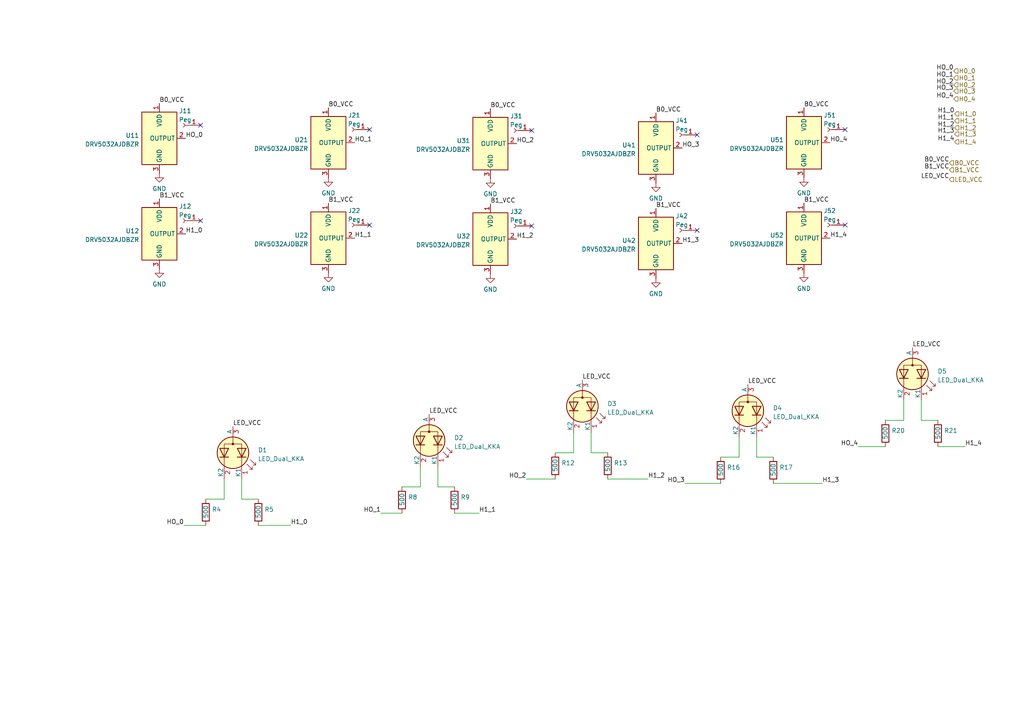
<source format=kicad_sch>
(kicad_sch (version 20211123) (generator eeschema)

  (uuid 7b405bd3-f173-4dc6-8600-369b87ab2dd3)

  (paper "A4")

  (lib_symbols
    (symbol "Connector:Conn_01x01_Female" (pin_names (offset 1.016) hide) (in_bom yes) (on_board yes)
      (property "Reference" "J" (id 0) (at 0 2.54 0)
        (effects (font (size 1.27 1.27)))
      )
      (property "Value" "Conn_01x01_Female" (id 1) (at 0 -2.54 0)
        (effects (font (size 1.27 1.27)))
      )
      (property "Footprint" "" (id 2) (at 0 0 0)
        (effects (font (size 1.27 1.27)) hide)
      )
      (property "Datasheet" "~" (id 3) (at 0 0 0)
        (effects (font (size 1.27 1.27)) hide)
      )
      (property "ki_keywords" "connector" (id 4) (at 0 0 0)
        (effects (font (size 1.27 1.27)) hide)
      )
      (property "ki_description" "Generic connector, single row, 01x01, script generated (kicad-library-utils/schlib/autogen/connector/)" (id 5) (at 0 0 0)
        (effects (font (size 1.27 1.27)) hide)
      )
      (property "ki_fp_filters" "Connector*:*" (id 6) (at 0 0 0)
        (effects (font (size 1.27 1.27)) hide)
      )
      (symbol "Conn_01x01_Female_1_1"
        (polyline
          (pts
            (xy -1.27 0)
            (xy -0.508 0)
          )
          (stroke (width 0.1524) (type default) (color 0 0 0 0))
          (fill (type none))
        )
        (arc (start 0 0.508) (mid -0.508 0) (end 0 -0.508)
          (stroke (width 0.1524) (type default) (color 0 0 0 0))
          (fill (type none))
        )
        (pin passive line (at -5.08 0 0) (length 3.81)
          (name "Pin_1" (effects (font (size 1.27 1.27))))
          (number "1" (effects (font (size 1.27 1.27))))
        )
      )
    )
    (symbol "Device:LED_Dual_KKA" (pin_names (offset 0)) (in_bom yes) (on_board yes)
      (property "Reference" "D" (id 0) (at 0 5.715 0)
        (effects (font (size 1.27 1.27)))
      )
      (property "Value" "LED_Dual_KKA" (id 1) (at 0 -6.35 0)
        (effects (font (size 1.27 1.27)))
      )
      (property "Footprint" "" (id 2) (at 1.27 0 0)
        (effects (font (size 1.27 1.27)) hide)
      )
      (property "Datasheet" "~" (id 3) (at 1.27 0 0)
        (effects (font (size 1.27 1.27)) hide)
      )
      (property "ki_keywords" "LED diode bicolor dual" (id 4) (at 0 0 0)
        (effects (font (size 1.27 1.27)) hide)
      )
      (property "ki_description" "Dual LED, common anode on pin 3" (id 5) (at 0 0 0)
        (effects (font (size 1.27 1.27)) hide)
      )
      (property "ki_fp_filters" "LED* LED_SMD:* LED_THT:*" (id 6) (at 0 0 0)
        (effects (font (size 1.27 1.27)) hide)
      )
      (symbol "LED_Dual_KKA_0_1"
        (circle (center -2.54 0) (radius 0.2794)
          (stroke (width 0) (type default) (color 0 0 0 0))
          (fill (type outline))
        )
        (polyline
          (pts
            (xy -4.572 0)
            (xy -2.54 0)
          )
          (stroke (width 0) (type default) (color 0 0 0 0))
          (fill (type none))
        )
        (polyline
          (pts
            (xy 1.27 -1.27)
            (xy 1.27 -3.81)
          )
          (stroke (width 0.254) (type default) (color 0 0 0 0))
          (fill (type none))
        )
        (polyline
          (pts
            (xy 1.27 3.81)
            (xy 1.27 1.27)
          )
          (stroke (width 0.254) (type default) (color 0 0 0 0))
          (fill (type none))
        )
        (polyline
          (pts
            (xy 3.81 -2.54)
            (xy 1.905 -2.54)
          )
          (stroke (width 0) (type default) (color 0 0 0 0))
          (fill (type none))
        )
        (polyline
          (pts
            (xy 3.81 2.54)
            (xy 1.905 2.54)
          )
          (stroke (width 0) (type default) (color 0 0 0 0))
          (fill (type none))
        )
        (polyline
          (pts
            (xy -1.27 -1.27)
            (xy -1.27 -3.81)
            (xy 1.27 -2.54)
            (xy -1.27 -1.27)
          )
          (stroke (width 0.254) (type default) (color 0 0 0 0))
          (fill (type none))
        )
        (polyline
          (pts
            (xy -1.27 3.81)
            (xy -1.27 1.27)
            (xy 1.27 2.54)
            (xy -1.27 3.81)
          )
          (stroke (width 0.254) (type default) (color 0 0 0 0))
          (fill (type none))
        )
        (polyline
          (pts
            (xy 2.032 2.54)
            (xy -2.54 2.54)
            (xy -2.54 -2.54)
            (xy 2.032 -2.54)
          )
          (stroke (width 0) (type default) (color 0 0 0 0))
          (fill (type none))
        )
        (polyline
          (pts
            (xy 2.032 5.08)
            (xy 3.556 6.604)
            (xy 2.794 6.604)
            (xy 3.556 6.604)
            (xy 3.556 5.842)
          )
          (stroke (width 0) (type default) (color 0 0 0 0))
          (fill (type none))
        )
        (polyline
          (pts
            (xy 3.302 4.064)
            (xy 4.826 5.588)
            (xy 4.064 5.588)
            (xy 4.826 5.588)
            (xy 4.826 4.826)
          )
          (stroke (width 0) (type default) (color 0 0 0 0))
          (fill (type none))
        )
        (circle (center 0 0) (radius 4.572)
          (stroke (width 0.254) (type default) (color 0 0 0 0))
          (fill (type background))
        )
      )
      (symbol "LED_Dual_KKA_1_1"
        (pin input line (at 7.62 2.54 180) (length 3.81)
          (name "K1" (effects (font (size 1.27 1.27))))
          (number "1" (effects (font (size 1.27 1.27))))
        )
        (pin input line (at 7.62 -2.54 180) (length 3.81)
          (name "K2" (effects (font (size 1.27 1.27))))
          (number "2" (effects (font (size 1.27 1.27))))
        )
        (pin input line (at -7.62 0 0) (length 3.048)
          (name "A" (effects (font (size 1.27 1.27))))
          (number "3" (effects (font (size 1.27 1.27))))
        )
      )
    )
    (symbol "Device:R" (pin_numbers hide) (pin_names (offset 0)) (in_bom yes) (on_board yes)
      (property "Reference" "R" (id 0) (at 2.032 0 90)
        (effects (font (size 1.27 1.27)))
      )
      (property "Value" "R" (id 1) (at 0 0 90)
        (effects (font (size 1.27 1.27)))
      )
      (property "Footprint" "" (id 2) (at -1.778 0 90)
        (effects (font (size 1.27 1.27)) hide)
      )
      (property "Datasheet" "~" (id 3) (at 0 0 0)
        (effects (font (size 1.27 1.27)) hide)
      )
      (property "ki_keywords" "R res resistor" (id 4) (at 0 0 0)
        (effects (font (size 1.27 1.27)) hide)
      )
      (property "ki_description" "Resistor" (id 5) (at 0 0 0)
        (effects (font (size 1.27 1.27)) hide)
      )
      (property "ki_fp_filters" "R_*" (id 6) (at 0 0 0)
        (effects (font (size 1.27 1.27)) hide)
      )
      (symbol "R_0_1"
        (rectangle (start -1.016 -2.54) (end 1.016 2.54)
          (stroke (width 0.254) (type default) (color 0 0 0 0))
          (fill (type none))
        )
      )
      (symbol "R_1_1"
        (pin passive line (at 0 3.81 270) (length 1.27)
          (name "~" (effects (font (size 1.27 1.27))))
          (number "1" (effects (font (size 1.27 1.27))))
        )
        (pin passive line (at 0 -3.81 90) (length 1.27)
          (name "~" (effects (font (size 1.27 1.27))))
          (number "2" (effects (font (size 1.27 1.27))))
        )
      )
    )
    (symbol "Sensor_Magnetic:AH1806-W" (in_bom yes) (on_board yes)
      (property "Reference" "U" (id 0) (at -5.08 8.89 0)
        (effects (font (size 1.27 1.27)))
      )
      (property "Value" "AH1806-W" (id 1) (at 7.62 8.89 0)
        (effects (font (size 1.27 1.27)))
      )
      (property "Footprint" "Package_TO_SOT_SMD:SC-59" (id 2) (at 13.97 -8.89 0)
        (effects (font (size 1.27 1.27)) hide)
      )
      (property "Datasheet" "https://www.diodes.com/assets/Datasheets/AH1806.pdf" (id 3) (at 0 0 0)
        (effects (font (size 1.27 1.27)) hide)
      )
      (property "ki_keywords" "hall switch" (id 4) (at 0 0 0)
        (effects (font (size 1.27 1.27)) hide)
      )
      (property "ki_description" "High Sensitivity Micropower Omnipolar Hall-Effect Switch, SC-59" (id 5) (at 0 0 0)
        (effects (font (size 1.27 1.27)) hide)
      )
      (property "ki_fp_filters" "SC?59*" (id 6) (at 0 0 0)
        (effects (font (size 1.27 1.27)) hide)
      )
      (symbol "AH1806-W_0_1"
        (rectangle (start 5.08 7.62) (end -5.08 -7.62)
          (stroke (width 0.254) (type default) (color 0 0 0 0))
          (fill (type background))
        )
      )
      (symbol "AH1806-W_1_1"
        (pin power_in line (at 0 10.16 270) (length 2.54)
          (name "VDD" (effects (font (size 1.27 1.27))))
          (number "1" (effects (font (size 1.27 1.27))))
        )
        (pin open_collector line (at 7.62 0 180) (length 2.54)
          (name "OUTPUT" (effects (font (size 1.27 1.27))))
          (number "2" (effects (font (size 1.27 1.27))))
        )
        (pin power_in line (at 0 -10.16 90) (length 2.54)
          (name "GND" (effects (font (size 1.27 1.27))))
          (number "3" (effects (font (size 1.27 1.27))))
        )
      )
    )
    (symbol "power:GND" (power) (pin_names (offset 0)) (in_bom yes) (on_board yes)
      (property "Reference" "#PWR" (id 0) (at 0 -6.35 0)
        (effects (font (size 1.27 1.27)) hide)
      )
      (property "Value" "GND" (id 1) (at 0 -3.81 0)
        (effects (font (size 1.27 1.27)))
      )
      (property "Footprint" "" (id 2) (at 0 0 0)
        (effects (font (size 1.27 1.27)) hide)
      )
      (property "Datasheet" "" (id 3) (at 0 0 0)
        (effects (font (size 1.27 1.27)) hide)
      )
      (property "ki_keywords" "power-flag" (id 4) (at 0 0 0)
        (effects (font (size 1.27 1.27)) hide)
      )
      (property "ki_description" "Power symbol creates a global label with name \"GND\" , ground" (id 5) (at 0 0 0)
        (effects (font (size 1.27 1.27)) hide)
      )
      (symbol "GND_0_1"
        (polyline
          (pts
            (xy 0 0)
            (xy 0 -1.27)
            (xy 1.27 -1.27)
            (xy 0 -2.54)
            (xy -1.27 -1.27)
            (xy 0 -1.27)
          )
          (stroke (width 0) (type default) (color 0 0 0 0))
          (fill (type none))
        )
      )
      (symbol "GND_1_1"
        (pin power_in line (at 0 0 270) (length 0) hide
          (name "GND" (effects (font (size 1.27 1.27))))
          (number "1" (effects (font (size 1.27 1.27))))
        )
      )
    )
  )


  (no_connect (at 107.188 65.278) (uuid 1a7dac09-933f-447b-a2bf-7ae9101106bf))
  (no_connect (at 202.184 39.116) (uuid 1f266562-f2fa-46f8-a7dc-712bf84c0b9c))
  (no_connect (at 245.11 65.278) (uuid 20d7a444-6b85-40a9-b7b0-7cf0a6bb5b2a))
  (no_connect (at 154.178 37.846) (uuid 48499292-bbda-47fb-bdca-035a393aa7b4))
  (no_connect (at 154.178 65.532) (uuid 7b66c518-b7f9-43c6-879f-a365accfb1bc))
  (no_connect (at 202.184 66.802) (uuid 8de2658d-718a-4a50-a2ce-c190d12d44db))
  (no_connect (at 58.166 36.322) (uuid c655fce7-d008-4b24-8b44-be956b66a284))
  (no_connect (at 245.11 37.592) (uuid db8f7b9d-89be-4ba0-b79b-861885d35e4f))
  (no_connect (at 107.188 37.592) (uuid f13c6634-6006-41e3-999a-5032a00b88d0))
  (no_connect (at 58.166 64.008) (uuid f353f5f9-a2f1-4001-b7db-d43e45e80d01))

  (wire (pts (xy 59.69 144.78) (xy 65.024 144.78))
    (stroke (width 0) (type default) (color 0 0 0 0))
    (uuid 017ed4d2-b091-499b-ac49-88dcb4b03df1)
  )
  (wire (pts (xy 70.104 138.938) (xy 70.104 144.78))
    (stroke (width 0) (type default) (color 0 0 0 0))
    (uuid 0cb4508c-1959-4b9d-8dd4-27c14a800457)
  )
  (wire (pts (xy 121.92 141.224) (xy 121.92 135.382))
    (stroke (width 0) (type default) (color 0 0 0 0))
    (uuid 11b6ba92-e826-45a0-b37e-d8b3515d278d)
  )
  (wire (pts (xy 74.93 152.4) (xy 84.328 152.4))
    (stroke (width 0) (type default) (color 0 0 0 0))
    (uuid 11f47578-5a99-4b18-b6f5-d1f3edda582c)
  )
  (wire (pts (xy 256.794 121.92) (xy 262.128 121.92))
    (stroke (width 0) (type default) (color 0 0 0 0))
    (uuid 16653c30-3003-4e2b-9543-642dea7c0c01)
  )
  (wire (pts (xy 166.37 131.318) (xy 166.37 125.476))
    (stroke (width 0) (type default) (color 0 0 0 0))
    (uuid 16a11f4f-6b14-45af-ad88-97bc7824d35e)
  )
  (wire (pts (xy 161.036 131.318) (xy 166.37 131.318))
    (stroke (width 0) (type default) (color 0 0 0 0))
    (uuid 18732acf-015e-4085-a936-51573106096f)
  )
  (wire (pts (xy 214.376 132.588) (xy 214.376 126.746))
    (stroke (width 0) (type default) (color 0 0 0 0))
    (uuid 200c1a54-e8eb-4421-a2e6-a51ce9e90ad0)
  )
  (wire (pts (xy 209.042 132.588) (xy 214.376 132.588))
    (stroke (width 0) (type default) (color 0 0 0 0))
    (uuid 270b7794-bf2f-4360-a303-c5d5c26aef2c)
  )
  (wire (pts (xy 198.628 140.208) (xy 209.042 140.208))
    (stroke (width 0) (type default) (color 0 0 0 0))
    (uuid 2d5f63eb-669f-4f62-a8f9-b149bf1e6ac3)
  )
  (wire (pts (xy 267.208 121.92) (xy 272.034 121.92))
    (stroke (width 0) (type default) (color 0 0 0 0))
    (uuid 2e264f1b-34e1-406d-848e-03d52744a673)
  )
  (wire (pts (xy 171.45 125.476) (xy 171.45 131.318))
    (stroke (width 0) (type default) (color 0 0 0 0))
    (uuid 379c2ec5-9a38-4dc3-a853-adabeeb8a679)
  )
  (wire (pts (xy 53.34 152.4) (xy 59.69 152.4))
    (stroke (width 0) (type default) (color 0 0 0 0))
    (uuid 3cc52e0c-43be-4e14-a25e-378aa92e9dee)
  )
  (wire (pts (xy 152.654 138.938) (xy 161.036 138.938))
    (stroke (width 0) (type default) (color 0 0 0 0))
    (uuid 3d34fafc-5bad-4e50-afb3-a176c78d789c)
  )
  (wire (pts (xy 110.49 148.844) (xy 116.586 148.844))
    (stroke (width 0) (type default) (color 0 0 0 0))
    (uuid 49927b22-8678-4c2a-b0f5-e384b1c61529)
  )
  (wire (pts (xy 127 141.224) (xy 131.826 141.224))
    (stroke (width 0) (type default) (color 0 0 0 0))
    (uuid 4eef50bb-72c6-499b-a24b-19f7af0decb3)
  )
  (wire (pts (xy 70.104 144.78) (xy 74.93 144.78))
    (stroke (width 0) (type default) (color 0 0 0 0))
    (uuid 6afca353-fecf-4f65-af03-52e5c97e1e22)
  )
  (wire (pts (xy 272.034 129.54) (xy 279.908 129.54))
    (stroke (width 0) (type default) (color 0 0 0 0))
    (uuid 6b200f2c-2188-46c0-b48c-69f4fe18e55b)
  )
  (wire (pts (xy 171.45 131.318) (xy 176.276 131.318))
    (stroke (width 0) (type default) (color 0 0 0 0))
    (uuid 6bb23d12-1f23-42a1-9434-c5d822c1da76)
  )
  (wire (pts (xy 262.128 121.92) (xy 262.128 116.078))
    (stroke (width 0) (type default) (color 0 0 0 0))
    (uuid 77747748-1d67-4339-b94f-e959cb36957f)
  )
  (wire (pts (xy 127 135.382) (xy 127 141.224))
    (stroke (width 0) (type default) (color 0 0 0 0))
    (uuid 7b32ce9e-a85c-49e2-bc69-71d1ebc61c0a)
  )
  (wire (pts (xy 176.276 138.938) (xy 187.96 138.938))
    (stroke (width 0) (type default) (color 0 0 0 0))
    (uuid 89447e12-6be3-4c16-9353-fe06381259dc)
  )
  (wire (pts (xy 219.456 126.746) (xy 219.456 132.588))
    (stroke (width 0) (type default) (color 0 0 0 0))
    (uuid a50fba37-7b74-416b-b37f-166f1a545ae8)
  )
  (wire (pts (xy 267.208 116.078) (xy 267.208 121.92))
    (stroke (width 0) (type default) (color 0 0 0 0))
    (uuid c686afbd-00c7-4991-9542-4da06473ab2a)
  )
  (wire (pts (xy 248.92 129.54) (xy 256.794 129.54))
    (stroke (width 0) (type default) (color 0 0 0 0))
    (uuid c73ea371-edc7-4fdb-a476-e10c7ed4d94f)
  )
  (wire (pts (xy 224.282 140.208) (xy 238.506 140.208))
    (stroke (width 0) (type default) (color 0 0 0 0))
    (uuid d1881d40-44a3-4ffc-ac9b-9a6d11889c3e)
  )
  (wire (pts (xy 116.586 141.224) (xy 121.92 141.224))
    (stroke (width 0) (type default) (color 0 0 0 0))
    (uuid d6930225-7389-4149-9873-bf41e673bd11)
  )
  (wire (pts (xy 131.826 148.844) (xy 138.938 148.844))
    (stroke (width 0) (type default) (color 0 0 0 0))
    (uuid de12a569-4667-4824-872f-e39d281caf19)
  )
  (wire (pts (xy 65.024 144.78) (xy 65.024 138.938))
    (stroke (width 0) (type default) (color 0 0 0 0))
    (uuid ea9a0309-aa65-4e0c-ba68-79086964eb73)
  )
  (wire (pts (xy 219.456 132.588) (xy 224.282 132.588))
    (stroke (width 0) (type default) (color 0 0 0 0))
    (uuid ec97ea14-20eb-4802-b62a-865ca655cdc0)
  )

  (label "LED_VCC" (at 275.336 52.07 180)
    (effects (font (size 1.27 1.27)) (justify right bottom))
    (uuid 00afc0cc-2e43-473f-8f19-fa25c69c9cd6)
  )
  (label "B0_VCC" (at 46.228 29.972 0)
    (effects (font (size 1.27 1.27)) (justify left bottom))
    (uuid 0c3e70ab-c486-4b69-9cb4-5b8b2223ae2c)
  )
  (label "HO_2" (at 152.654 138.938 180)
    (effects (font (size 1.27 1.27)) (justify right bottom))
    (uuid 121aa848-7037-48d7-875c-d73d47752f3f)
  )
  (label "H1_4" (at 276.86 41.148 180)
    (effects (font (size 1.27 1.27)) (justify right bottom))
    (uuid 1c8f9562-916c-43eb-8686-fccf2341ba54)
  )
  (label "HO_3" (at 276.606 26.416 180)
    (effects (font (size 1.27 1.27)) (justify right bottom))
    (uuid 1ca882ce-5d4b-4526-bb22-b641438a8098)
  )
  (label "B0_VCC" (at 95.25 31.242 0)
    (effects (font (size 1.27 1.27)) (justify left bottom))
    (uuid 21cc87f1-f2f7-4480-bf34-533d2943502f)
  )
  (label "HO_3" (at 198.628 140.208 180)
    (effects (font (size 1.27 1.27)) (justify right bottom))
    (uuid 2460616d-7bf9-49ed-aa19-a995c4b70367)
  )
  (label "H1_3" (at 276.86 38.862 180)
    (effects (font (size 1.27 1.27)) (justify right bottom))
    (uuid 2618b3c3-a609-4a0d-b659-5bc74cb8c224)
  )
  (label "B1_VCC" (at 46.228 57.658 0)
    (effects (font (size 1.27 1.27)) (justify left bottom))
    (uuid 3111389c-2eed-4f33-b221-cb6cde14fcd2)
  )
  (label "HO_0" (at 53.848 40.132 0)
    (effects (font (size 1.27 1.27)) (justify left bottom))
    (uuid 34ed72cf-74f2-4b98-aacb-966e2d8fd6b0)
  )
  (label "H1_4" (at 279.908 129.54 0)
    (effects (font (size 1.27 1.27)) (justify left bottom))
    (uuid 38c975aa-ec04-4647-a22f-fecb46072b45)
  )
  (label "LED_VCC" (at 67.564 123.698 0)
    (effects (font (size 1.27 1.27)) (justify left bottom))
    (uuid 3974143d-2813-45fd-a56c-ed7a55e928a4)
  )
  (label "B1_VCC" (at 233.172 58.928 0)
    (effects (font (size 1.27 1.27)) (justify left bottom))
    (uuid 53d52e31-7972-47cc-b3d8-55adf01c0511)
  )
  (label "LED_VCC" (at 124.46 120.142 0)
    (effects (font (size 1.27 1.27)) (justify left bottom))
    (uuid 5407107f-9b8a-49d2-b467-585f28b1e8f6)
  )
  (label "H1_2" (at 276.86 37.084 180)
    (effects (font (size 1.27 1.27)) (justify right bottom))
    (uuid 649165f5-9c3e-4569-9723-6e902c952d7d)
  )
  (label "H1_3" (at 238.506 140.208 0)
    (effects (font (size 1.27 1.27)) (justify left bottom))
    (uuid 64a0b1c1-5aef-40ec-9997-c44696e252dc)
  )
  (label "HO_0" (at 276.606 20.574 180)
    (effects (font (size 1.27 1.27)) (justify right bottom))
    (uuid 65fb1d29-56e9-43ea-91b3-b6f20547fcd2)
  )
  (label "HO_2" (at 276.606 24.638 180)
    (effects (font (size 1.27 1.27)) (justify right bottom))
    (uuid 6fd52a4a-2292-43be-9d4f-4e0e4d92a4fa)
  )
  (label "H1_1" (at 138.938 148.844 0)
    (effects (font (size 1.27 1.27)) (justify left bottom))
    (uuid 7109454c-efb3-4911-9e11-0d39bf27b199)
  )
  (label "B1_VCC" (at 275.336 49.276 180)
    (effects (font (size 1.27 1.27)) (justify right bottom))
    (uuid 7ce8ac0a-41ad-4da2-b279-a7a81bb2e4c8)
  )
  (label "B1_VCC" (at 190.246 60.452 0)
    (effects (font (size 1.27 1.27)) (justify left bottom))
    (uuid 8133de6a-bf1a-4833-8294-369cd6cf1de9)
  )
  (label "B0_VCC" (at 233.172 31.242 0)
    (effects (font (size 1.27 1.27)) (justify left bottom))
    (uuid 82e193e4-bb1b-415c-af74-ea400ccd0e01)
  )
  (label "HO_4" (at 276.606 28.702 180)
    (effects (font (size 1.27 1.27)) (justify right bottom))
    (uuid 835fda3e-2d89-4c6a-94f5-ffc2a4730ae3)
  )
  (label "LED_VCC" (at 216.916 111.506 0)
    (effects (font (size 1.27 1.27)) (justify left bottom))
    (uuid 867a237e-a2ac-4ea9-86a1-264e6fed64a2)
  )
  (label "HO_1" (at 102.87 41.402 0)
    (effects (font (size 1.27 1.27)) (justify left bottom))
    (uuid 880361c3-a5a0-4ddd-84ff-f7bd8efd684a)
  )
  (label "H1_4" (at 240.792 69.088 0)
    (effects (font (size 1.27 1.27)) (justify left bottom))
    (uuid 937305a7-1e8b-4e79-8c89-57ec209ae140)
  )
  (label "H1_1" (at 102.87 69.088 0)
    (effects (font (size 1.27 1.27)) (justify left bottom))
    (uuid 9765302f-a887-42b3-8d66-c9a542963fd0)
  )
  (label "HO_4" (at 248.92 129.54 180)
    (effects (font (size 1.27 1.27)) (justify right bottom))
    (uuid a10c78e5-4ede-4a4f-a92c-51f109c432b4)
  )
  (label "B1_VCC" (at 142.24 59.182 0)
    (effects (font (size 1.27 1.27)) (justify left bottom))
    (uuid a115a180-62b6-4d52-b44f-6cad4f343861)
  )
  (label "B0_VCC" (at 190.246 32.766 0)
    (effects (font (size 1.27 1.27)) (justify left bottom))
    (uuid a7ae8fcc-6f89-4a52-a92c-719494b98112)
  )
  (label "HO_1" (at 110.49 148.844 180)
    (effects (font (size 1.27 1.27)) (justify right bottom))
    (uuid a80bf8e8-d1b7-4482-b565-9293b98bfddf)
  )
  (label "HO_1" (at 276.606 22.606 180)
    (effects (font (size 1.27 1.27)) (justify right bottom))
    (uuid af3ff629-37ad-4980-b37f-73a99fd77a41)
  )
  (label "B1_VCC" (at 95.25 58.928 0)
    (effects (font (size 1.27 1.27)) (justify left bottom))
    (uuid b1a9844d-86be-48bc-a9f2-4559477ea7cb)
  )
  (label "LED_VCC" (at 264.668 100.838 0)
    (effects (font (size 1.27 1.27)) (justify left bottom))
    (uuid b36af8dd-3d37-48ea-8cc9-5376675c4c3f)
  )
  (label "H1_0" (at 53.848 67.818 0)
    (effects (font (size 1.27 1.27)) (justify left bottom))
    (uuid b406123f-1c31-4c99-9fba-3b16cfffa549)
  )
  (label "H1_0" (at 276.86 33.02 180)
    (effects (font (size 1.27 1.27)) (justify right bottom))
    (uuid b7aa0968-f8b1-4f5b-bced-281ff9db454e)
  )
  (label "HO_0" (at 53.34 152.4 180)
    (effects (font (size 1.27 1.27)) (justify right bottom))
    (uuid b97c90a8-08d6-4552-96f0-62f10a9602c3)
  )
  (label "HO_4" (at 240.792 41.402 0)
    (effects (font (size 1.27 1.27)) (justify left bottom))
    (uuid c0391586-9607-4d55-a948-d2941d0e76c6)
  )
  (label "H1_1" (at 276.86 35.052 180)
    (effects (font (size 1.27 1.27)) (justify right bottom))
    (uuid c4283a50-dbc3-4bf9-974e-3a463b449d91)
  )
  (label "HO_2" (at 149.86 41.656 0)
    (effects (font (size 1.27 1.27)) (justify left bottom))
    (uuid c984f843-0665-4e97-a160-7a5692ce25d6)
  )
  (label "B0_VCC" (at 275.336 47.244 180)
    (effects (font (size 1.27 1.27)) (justify right bottom))
    (uuid cda84bcb-b34a-40f2-9d6a-931e84f5d342)
  )
  (label "H1_0" (at 84.328 152.4 0)
    (effects (font (size 1.27 1.27)) (justify left bottom))
    (uuid d3f816e1-f6a3-4d47-a194-3d76762e39e3)
  )
  (label "H1_3" (at 197.866 70.612 0)
    (effects (font (size 1.27 1.27)) (justify left bottom))
    (uuid d5edfd38-dd4f-4ba7-851b-76263c23c91d)
  )
  (label "LED_VCC" (at 168.91 110.236 0)
    (effects (font (size 1.27 1.27)) (justify left bottom))
    (uuid de0d2a0e-400c-496f-a8b6-3ea38aa956a6)
  )
  (label "HO_3" (at 197.866 42.926 0)
    (effects (font (size 1.27 1.27)) (justify left bottom))
    (uuid e5a80192-1e4c-4039-b20d-dca25133954a)
  )
  (label "H1_2" (at 149.86 69.342 0)
    (effects (font (size 1.27 1.27)) (justify left bottom))
    (uuid ebcb6f8d-794f-499a-b346-d45da1691801)
  )
  (label "H1_2" (at 187.96 138.938 0)
    (effects (font (size 1.27 1.27)) (justify left bottom))
    (uuid f976a987-7962-430a-900c-5b7cfd6d3a21)
  )
  (label "B0_VCC" (at 142.24 31.496 0)
    (effects (font (size 1.27 1.27)) (justify left bottom))
    (uuid ff7f2105-5ed6-40d6-8b3a-7b56005a9598)
  )

  (hierarchical_label "H1_2" (shape input) (at 276.86 37.084 0)
    (effects (font (size 1.27 1.27)) (justify left))
    (uuid 08e130c5-81f8-4ea6-a858-7128bf87aad5)
  )
  (hierarchical_label "LED_VCC" (shape input) (at 275.336 52.07 0)
    (effects (font (size 1.27 1.27)) (justify left))
    (uuid 11388943-89fa-4224-b42e-5de3dfa03770)
  )
  (hierarchical_label "B0_VCC" (shape input) (at 275.336 47.244 0)
    (effects (font (size 1.27 1.27)) (justify left))
    (uuid 4dfdd048-1f7d-456a-8b05-92ae97dea0b5)
  )
  (hierarchical_label "H0_0" (shape input) (at 276.606 20.574 0)
    (effects (font (size 1.27 1.27)) (justify left))
    (uuid 5398e2e1-8a86-45a2-a967-d8e52bea23d2)
  )
  (hierarchical_label "H1_1" (shape input) (at 276.86 35.052 0)
    (effects (font (size 1.27 1.27)) (justify left))
    (uuid 6491cfa6-0557-44f6-8707-563b9ae42d64)
  )
  (hierarchical_label "H1_0" (shape input) (at 276.86 33.02 0)
    (effects (font (size 1.27 1.27)) (justify left))
    (uuid 75157159-8f8d-4dc9-a192-923869fab74c)
  )
  (hierarchical_label "H1_4" (shape input) (at 276.86 41.148 0)
    (effects (font (size 1.27 1.27)) (justify left))
    (uuid 890745b6-3bcd-4d16-9689-b80f1ebc9ceb)
  )
  (hierarchical_label "H1_3" (shape input) (at 276.86 38.862 0)
    (effects (font (size 1.27 1.27)) (justify left))
    (uuid 986b91cf-01e4-4e47-9da6-94bbda665d38)
  )
  (hierarchical_label "H0_2" (shape input) (at 276.606 24.638 0)
    (effects (font (size 1.27 1.27)) (justify left))
    (uuid b02ecb80-d99f-4444-b196-8da8031a9d50)
  )
  (hierarchical_label "H0_1" (shape input) (at 276.606 22.606 0)
    (effects (font (size 1.27 1.27)) (justify left))
    (uuid bee511fa-b357-44b8-bc83-5f7fa34196af)
  )
  (hierarchical_label "H0_3" (shape input) (at 276.606 26.416 0)
    (effects (font (size 1.27 1.27)) (justify left))
    (uuid d200fe89-3bcf-4f51-8cb6-62472b33b201)
  )
  (hierarchical_label "B1_VCC" (shape input) (at 275.336 49.276 0)
    (effects (font (size 1.27 1.27)) (justify left))
    (uuid dcd31a02-69c0-4c0d-b695-886cdc0fe629)
  )
  (hierarchical_label "H0_4" (shape input) (at 276.606 28.702 0)
    (effects (font (size 1.27 1.27)) (justify left))
    (uuid f2fe77e9-0296-475b-a631-db5463d84975)
  )

  (symbol (lib_id "Connector:Conn_01x01_Female") (at 197.104 39.116 180) (unit 1)
    (in_bom yes) (on_board yes) (fields_autoplaced)
    (uuid 0e11a347-5668-412b-a1de-461c6db719ef)
    (property "Reference" "J41" (id 0) (at 197.739 34.959 0))
    (property "Value" "Peg" (id 1) (at 197.739 37.4959 0))
    (property "Footprint" "Library:TestPattern0" (id 2) (at 197.104 39.116 0)
      (effects (font (size 1.27 1.27)) hide)
    )
    (property "Datasheet" "~" (id 3) (at 197.104 39.116 0)
      (effects (font (size 1.27 1.27)) hide)
    )
    (pin "1" (uuid 52ad05f6-da65-4d20-97eb-8f351c74863c))
  )

  (symbol (lib_id "power:GND") (at 142.24 51.816 0) (unit 1)
    (in_bom yes) (on_board yes) (fields_autoplaced)
    (uuid 117ff39c-dc31-4135-8368-8970ef106fce)
    (property "Reference" "#PWR0122" (id 0) (at 142.24 58.166 0)
      (effects (font (size 1.27 1.27)) hide)
    )
    (property "Value" "GND" (id 1) (at 142.24 56.2594 0))
    (property "Footprint" "" (id 2) (at 142.24 51.816 0)
      (effects (font (size 1.27 1.27)) hide)
    )
    (property "Datasheet" "" (id 3) (at 142.24 51.816 0)
      (effects (font (size 1.27 1.27)) hide)
    )
    (pin "1" (uuid d1b235df-28ab-471c-8824-dc725dcf02bc))
  )

  (symbol (lib_id "Sensor_Magnetic:AH1806-W") (at 233.172 41.402 0) (unit 1)
    (in_bom yes) (on_board yes) (fields_autoplaced)
    (uuid 134c6bef-9233-4c59-87ba-591e967bd5bb)
    (property "Reference" "U51" (id 0) (at 227.33 40.5673 0)
      (effects (font (size 1.27 1.27)) (justify right))
    )
    (property "Value" "DRV5032AJDBZR" (id 1) (at 227.33 43.1042 0)
      (effects (font (size 1.27 1.27)) (justify right))
    )
    (property "Footprint" "Package_TO_SOT_SMD:SOT-23" (id 2) (at 247.142 50.292 0)
      (effects (font (size 1.27 1.27)) hide)
    )
    (property "Datasheet" "" (id 3) (at 233.172 41.402 0)
      (effects (font (size 1.27 1.27)) hide)
    )
    (pin "1" (uuid 6fbb0938-e1c2-4258-a232-706f1bd9d7c1))
    (pin "2" (uuid 5754cf3e-40e7-4662-87df-096fbcd083eb))
    (pin "3" (uuid d8d7639d-9ee5-4592-b9c7-c023ae782811))
  )

  (symbol (lib_id "Connector:Conn_01x01_Female") (at 197.104 66.802 180) (unit 1)
    (in_bom yes) (on_board yes) (fields_autoplaced)
    (uuid 17f04a91-a4dc-45a6-93dc-d4a1de138479)
    (property "Reference" "J42" (id 0) (at 197.739 62.645 0))
    (property "Value" "Peg" (id 1) (at 197.739 65.1819 0))
    (property "Footprint" "Library:TestPattern0" (id 2) (at 197.104 66.802 0)
      (effects (font (size 1.27 1.27)) hide)
    )
    (property "Datasheet" "~" (id 3) (at 197.104 66.802 0)
      (effects (font (size 1.27 1.27)) hide)
    )
    (pin "1" (uuid e62f207f-6b25-4c59-a210-c5cdb3f2118d))
  )

  (symbol (lib_id "Device:R") (at 176.276 135.128 0) (unit 1)
    (in_bom yes) (on_board yes)
    (uuid 19d079dc-64e4-46dd-b172-545e0b486676)
    (property "Reference" "R13" (id 0) (at 178.054 134.2933 0)
      (effects (font (size 1.27 1.27)) (justify left))
    )
    (property "Value" "500" (id 1) (at 176.276 136.906 90)
      (effects (font (size 1.27 1.27)) (justify left))
    )
    (property "Footprint" "Resistor_SMD:R_0402_1005Metric_Pad0.72x0.64mm_HandSolder" (id 2) (at 174.498 135.128 90)
      (effects (font (size 1.27 1.27)) hide)
    )
    (property "Datasheet" "~" (id 3) (at 176.276 135.128 0)
      (effects (font (size 1.27 1.27)) hide)
    )
    (pin "1" (uuid 58379bc0-7b23-42f7-9e7b-0dbf3fca20f9))
    (pin "2" (uuid af695b48-fe9a-4dc1-8cd9-5ee5a3763fac))
  )

  (symbol (lib_id "Sensor_Magnetic:AH1806-W") (at 46.228 67.818 0) (unit 1)
    (in_bom yes) (on_board yes) (fields_autoplaced)
    (uuid 1a20ba91-1b5a-4750-92bc-13f433d429ce)
    (property "Reference" "U12" (id 0) (at 40.386 66.9833 0)
      (effects (font (size 1.27 1.27)) (justify right))
    )
    (property "Value" "DRV5032AJDBZR" (id 1) (at 40.386 69.5202 0)
      (effects (font (size 1.27 1.27)) (justify right))
    )
    (property "Footprint" "Package_TO_SOT_SMD:SOT-23" (id 2) (at 60.198 76.708 0)
      (effects (font (size 1.27 1.27)) hide)
    )
    (property "Datasheet" "" (id 3) (at 46.228 67.818 0)
      (effects (font (size 1.27 1.27)) hide)
    )
    (pin "1" (uuid b180b9fe-16ef-471b-9af3-0fb9bc035820))
    (pin "2" (uuid 65e8d143-1c05-4f42-85dc-4996580e3748))
    (pin "3" (uuid 17ec14da-5cb7-4df9-86a2-49edaf3ca934))
  )

  (symbol (lib_id "Device:LED_Dual_KKA") (at 124.46 127.762 270) (unit 1)
    (in_bom yes) (on_board yes) (fields_autoplaced)
    (uuid 244b4238-9be1-4a23-84c9-7318a4d3ad92)
    (property "Reference" "D2" (id 0) (at 131.699 126.9908 90)
      (effects (font (size 1.27 1.27)) (justify left))
    )
    (property "Value" "LED_Dual_KKA" (id 1) (at 131.699 129.5277 90)
      (effects (font (size 1.27 1.27)) (justify left))
    )
    (property "Footprint" "Package_TO_SOT_SMD:SOT-23" (id 2) (at 124.46 129.032 0)
      (effects (font (size 1.27 1.27)) hide)
    )
    (property "Datasheet" "~" (id 3) (at 124.46 129.032 0)
      (effects (font (size 1.27 1.27)) hide)
    )
    (pin "1" (uuid 3c8ae0ef-9daf-4c92-9413-a18ba721a3d0))
    (pin "2" (uuid 3ab9930e-95a5-4276-b259-020eeb6ce507))
    (pin "3" (uuid 43fb7347-2d81-4244-b552-1d81f8a1b7e4))
  )

  (symbol (lib_id "Sensor_Magnetic:AH1806-W") (at 46.228 40.132 0) (unit 1)
    (in_bom yes) (on_board yes) (fields_autoplaced)
    (uuid 247244f0-5408-4d19-bd04-f44b9c67efc1)
    (property "Reference" "U11" (id 0) (at 40.386 39.2973 0)
      (effects (font (size 1.27 1.27)) (justify right))
    )
    (property "Value" "DRV5032AJDBZR" (id 1) (at 40.386 41.8342 0)
      (effects (font (size 1.27 1.27)) (justify right))
    )
    (property "Footprint" "Package_TO_SOT_SMD:SOT-23" (id 2) (at 60.198 49.022 0)
      (effects (font (size 1.27 1.27)) hide)
    )
    (property "Datasheet" "" (id 3) (at 46.228 40.132 0)
      (effects (font (size 1.27 1.27)) hide)
    )
    (pin "1" (uuid 1432466a-47fe-4987-afec-90aef9c84058))
    (pin "2" (uuid 6e44fc7c-5093-43ea-b2ce-68734052021d))
    (pin "3" (uuid 59554f02-fa00-4d93-9a6d-615d4ef0349f))
  )

  (symbol (lib_id "Connector:Conn_01x01_Female") (at 53.086 36.322 180) (unit 1)
    (in_bom yes) (on_board yes) (fields_autoplaced)
    (uuid 2790d670-1c79-4cf6-82ba-7ed5af0558fe)
    (property "Reference" "J11" (id 0) (at 53.721 32.165 0))
    (property "Value" "Peg" (id 1) (at 53.721 34.7019 0))
    (property "Footprint" "Library:TestPattern0" (id 2) (at 53.086 36.322 0)
      (effects (font (size 1.27 1.27)) hide)
    )
    (property "Datasheet" "~" (id 3) (at 53.086 36.322 0)
      (effects (font (size 1.27 1.27)) hide)
    )
    (pin "1" (uuid b32238b2-c2c1-464b-bfd2-ea7db0528add))
  )

  (symbol (lib_id "Connector:Conn_01x01_Female") (at 102.108 37.592 180) (unit 1)
    (in_bom yes) (on_board yes) (fields_autoplaced)
    (uuid 2954533f-4a6e-4a40-aaca-1769ba08d7a2)
    (property "Reference" "J21" (id 0) (at 102.743 33.435 0))
    (property "Value" "Peg" (id 1) (at 102.743 35.9719 0))
    (property "Footprint" "Library:TestPattern0" (id 2) (at 102.108 37.592 0)
      (effects (font (size 1.27 1.27)) hide)
    )
    (property "Datasheet" "~" (id 3) (at 102.108 37.592 0)
      (effects (font (size 1.27 1.27)) hide)
    )
    (pin "1" (uuid b5d48bfe-44c0-4cd3-a5b9-59b325f2b2b4))
  )

  (symbol (lib_id "power:GND") (at 190.246 80.772 0) (unit 1)
    (in_bom yes) (on_board yes) (fields_autoplaced)
    (uuid 2b46b830-a612-4cdd-b096-c0f541a41ca7)
    (property "Reference" "#PWR0127" (id 0) (at 190.246 87.122 0)
      (effects (font (size 1.27 1.27)) hide)
    )
    (property "Value" "GND" (id 1) (at 190.246 85.2154 0))
    (property "Footprint" "" (id 2) (at 190.246 80.772 0)
      (effects (font (size 1.27 1.27)) hide)
    )
    (property "Datasheet" "" (id 3) (at 190.246 80.772 0)
      (effects (font (size 1.27 1.27)) hide)
    )
    (pin "1" (uuid f77c2c34-e2d5-48be-bef7-6a1596be98da))
  )

  (symbol (lib_id "Device:R") (at 74.93 148.59 0) (unit 1)
    (in_bom yes) (on_board yes)
    (uuid 2ceb23c2-e5ce-4ed3-90bb-4fc00522a32d)
    (property "Reference" "R5" (id 0) (at 76.708 147.7553 0)
      (effects (font (size 1.27 1.27)) (justify left))
    )
    (property "Value" "500" (id 1) (at 74.93 150.368 90)
      (effects (font (size 1.27 1.27)) (justify left))
    )
    (property "Footprint" "Resistor_SMD:R_0402_1005Metric_Pad0.72x0.64mm_HandSolder" (id 2) (at 73.152 148.59 90)
      (effects (font (size 1.27 1.27)) hide)
    )
    (property "Datasheet" "~" (id 3) (at 74.93 148.59 0)
      (effects (font (size 1.27 1.27)) hide)
    )
    (pin "1" (uuid 65aaefd4-9cf0-4ded-94a8-1cf5c8fb4a2b))
    (pin "2" (uuid 2eb1aec1-d0d8-4e34-ad63-9fbb12792671))
  )

  (symbol (lib_id "power:GND") (at 46.228 77.978 0) (unit 1)
    (in_bom yes) (on_board yes) (fields_autoplaced)
    (uuid 3478d97f-20e0-4a62-807a-2f312f7333ad)
    (property "Reference" "#PWR0120" (id 0) (at 46.228 84.328 0)
      (effects (font (size 1.27 1.27)) hide)
    )
    (property "Value" "GND" (id 1) (at 46.228 82.4214 0))
    (property "Footprint" "" (id 2) (at 46.228 77.978 0)
      (effects (font (size 1.27 1.27)) hide)
    )
    (property "Datasheet" "" (id 3) (at 46.228 77.978 0)
      (effects (font (size 1.27 1.27)) hide)
    )
    (pin "1" (uuid 0d835a88-670d-4234-93c4-fd3e70e33fac))
  )

  (symbol (lib_id "Device:R") (at 59.69 148.59 0) (unit 1)
    (in_bom yes) (on_board yes)
    (uuid 388daa87-ea75-476b-865b-9e3c63f1927a)
    (property "Reference" "R4" (id 0) (at 61.468 147.7553 0)
      (effects (font (size 1.27 1.27)) (justify left))
    )
    (property "Value" "500" (id 1) (at 59.69 150.368 90)
      (effects (font (size 1.27 1.27)) (justify left))
    )
    (property "Footprint" "Resistor_SMD:R_0402_1005Metric_Pad0.72x0.64mm_HandSolder" (id 2) (at 57.912 148.59 90)
      (effects (font (size 1.27 1.27)) hide)
    )
    (property "Datasheet" "~" (id 3) (at 59.69 148.59 0)
      (effects (font (size 1.27 1.27)) hide)
    )
    (pin "1" (uuid 441165ce-3cf3-4a09-b9d3-9bdec2cd8baa))
    (pin "2" (uuid 3218be39-b335-49e5-b702-d5b4898682c5))
  )

  (symbol (lib_id "Connector:Conn_01x01_Female") (at 149.098 65.532 180) (unit 1)
    (in_bom yes) (on_board yes) (fields_autoplaced)
    (uuid 3d1bc429-f465-4d21-b812-4c7a0c97dda2)
    (property "Reference" "J32" (id 0) (at 149.733 61.375 0))
    (property "Value" "Peg" (id 1) (at 149.733 63.9119 0))
    (property "Footprint" "Library:TestPattern0" (id 2) (at 149.098 65.532 0)
      (effects (font (size 1.27 1.27)) hide)
    )
    (property "Datasheet" "~" (id 3) (at 149.098 65.532 0)
      (effects (font (size 1.27 1.27)) hide)
    )
    (pin "1" (uuid 252d64e5-7261-45e8-9ba1-157c0ffd77c7))
  )

  (symbol (lib_id "Device:LED_Dual_KKA") (at 216.916 119.126 270) (unit 1)
    (in_bom yes) (on_board yes) (fields_autoplaced)
    (uuid 3e571a22-9099-4f2b-b4f6-1970c4b66569)
    (property "Reference" "D4" (id 0) (at 224.155 118.3548 90)
      (effects (font (size 1.27 1.27)) (justify left))
    )
    (property "Value" "LED_Dual_KKA" (id 1) (at 224.155 120.8917 90)
      (effects (font (size 1.27 1.27)) (justify left))
    )
    (property "Footprint" "Package_TO_SOT_SMD:SOT-23" (id 2) (at 216.916 120.396 0)
      (effects (font (size 1.27 1.27)) hide)
    )
    (property "Datasheet" "~" (id 3) (at 216.916 120.396 0)
      (effects (font (size 1.27 1.27)) hide)
    )
    (pin "1" (uuid 7fbd288b-ac2a-44d9-ad88-bd5d72623e0d))
    (pin "2" (uuid 0b929328-ac93-4213-b746-5bd5ea1be079))
    (pin "3" (uuid 7ba5a955-77a9-4b35-9645-1e4dbe5eb770))
  )

  (symbol (lib_id "power:GND") (at 142.24 79.502 0) (unit 1)
    (in_bom yes) (on_board yes) (fields_autoplaced)
    (uuid 4c20f95a-b70f-40c7-ab04-1d986b3596f8)
    (property "Reference" "#PWR0121" (id 0) (at 142.24 85.852 0)
      (effects (font (size 1.27 1.27)) hide)
    )
    (property "Value" "GND" (id 1) (at 142.24 83.9454 0))
    (property "Footprint" "" (id 2) (at 142.24 79.502 0)
      (effects (font (size 1.27 1.27)) hide)
    )
    (property "Datasheet" "" (id 3) (at 142.24 79.502 0)
      (effects (font (size 1.27 1.27)) hide)
    )
    (pin "1" (uuid 0efed7ce-8b68-4eb0-91a7-bcb4e4bfea1e))
  )

  (symbol (lib_id "power:GND") (at 233.172 79.248 0) (unit 1)
    (in_bom yes) (on_board yes) (fields_autoplaced)
    (uuid 592c2a95-5280-4b48-9c4c-a550b781bc95)
    (property "Reference" "#PWR0125" (id 0) (at 233.172 85.598 0)
      (effects (font (size 1.27 1.27)) hide)
    )
    (property "Value" "GND" (id 1) (at 233.172 83.6914 0))
    (property "Footprint" "" (id 2) (at 233.172 79.248 0)
      (effects (font (size 1.27 1.27)) hide)
    )
    (property "Datasheet" "" (id 3) (at 233.172 79.248 0)
      (effects (font (size 1.27 1.27)) hide)
    )
    (pin "1" (uuid 2d8d363a-0ea0-498d-ab92-41e7a4db3ca4))
  )

  (symbol (lib_id "Connector:Conn_01x01_Female") (at 149.098 37.846 180) (unit 1)
    (in_bom yes) (on_board yes) (fields_autoplaced)
    (uuid 66ac9cca-8db3-41bd-9c21-a54753cfd423)
    (property "Reference" "J31" (id 0) (at 149.733 33.689 0))
    (property "Value" "Peg" (id 1) (at 149.733 36.2259 0))
    (property "Footprint" "Library:TestPattern0" (id 2) (at 149.098 37.846 0)
      (effects (font (size 1.27 1.27)) hide)
    )
    (property "Datasheet" "~" (id 3) (at 149.098 37.846 0)
      (effects (font (size 1.27 1.27)) hide)
    )
    (pin "1" (uuid ba995e5c-f46b-4ed0-9bc0-31642d42bbbf))
  )

  (symbol (lib_id "Device:R") (at 224.282 136.398 0) (unit 1)
    (in_bom yes) (on_board yes)
    (uuid 6cebcfa8-bce4-4ed6-b4ec-6ac90d38aa87)
    (property "Reference" "R17" (id 0) (at 226.06 135.5633 0)
      (effects (font (size 1.27 1.27)) (justify left))
    )
    (property "Value" "500" (id 1) (at 224.282 138.176 90)
      (effects (font (size 1.27 1.27)) (justify left))
    )
    (property "Footprint" "Resistor_SMD:R_0402_1005Metric_Pad0.72x0.64mm_HandSolder" (id 2) (at 222.504 136.398 90)
      (effects (font (size 1.27 1.27)) hide)
    )
    (property "Datasheet" "~" (id 3) (at 224.282 136.398 0)
      (effects (font (size 1.27 1.27)) hide)
    )
    (pin "1" (uuid 8a464d36-1707-4618-aeab-9eb60779d748))
    (pin "2" (uuid 6271a21f-4e72-46eb-89db-6d36d7b965bf))
  )

  (symbol (lib_id "Sensor_Magnetic:AH1806-W") (at 233.172 69.088 0) (unit 1)
    (in_bom yes) (on_board yes) (fields_autoplaced)
    (uuid 73911499-9379-4b06-92bb-a3fb0c89d0f2)
    (property "Reference" "U52" (id 0) (at 227.33 68.2533 0)
      (effects (font (size 1.27 1.27)) (justify right))
    )
    (property "Value" "DRV5032AJDBZR" (id 1) (at 227.33 70.7902 0)
      (effects (font (size 1.27 1.27)) (justify right))
    )
    (property "Footprint" "Package_TO_SOT_SMD:SOT-23" (id 2) (at 247.142 77.978 0)
      (effects (font (size 1.27 1.27)) hide)
    )
    (property "Datasheet" "" (id 3) (at 233.172 69.088 0)
      (effects (font (size 1.27 1.27)) hide)
    )
    (pin "1" (uuid bf8fc30d-8fa3-4051-b3b7-20cefaf97571))
    (pin "2" (uuid 4e60b07f-1e18-4088-8584-a617bb5ab095))
    (pin "3" (uuid 5177fb9b-559f-43d5-aaf1-35ebc729cf4c))
  )

  (symbol (lib_id "power:GND") (at 233.172 51.562 0) (unit 1)
    (in_bom yes) (on_board yes) (fields_autoplaced)
    (uuid 73f3cfe1-2638-4f37-a4ac-38a3d558e271)
    (property "Reference" "#PWR0128" (id 0) (at 233.172 57.912 0)
      (effects (font (size 1.27 1.27)) hide)
    )
    (property "Value" "GND" (id 1) (at 233.172 56.0054 0))
    (property "Footprint" "" (id 2) (at 233.172 51.562 0)
      (effects (font (size 1.27 1.27)) hide)
    )
    (property "Datasheet" "" (id 3) (at 233.172 51.562 0)
      (effects (font (size 1.27 1.27)) hide)
    )
    (pin "1" (uuid dd0a4a18-d86f-497f-b189-cfaaaada47c3))
  )

  (symbol (lib_id "Device:LED_Dual_KKA") (at 264.668 108.458 270) (unit 1)
    (in_bom yes) (on_board yes) (fields_autoplaced)
    (uuid 75408d42-73d2-4466-954c-3be9cac7f789)
    (property "Reference" "D5" (id 0) (at 271.907 107.6868 90)
      (effects (font (size 1.27 1.27)) (justify left))
    )
    (property "Value" "LED_Dual_KKA" (id 1) (at 271.907 110.2237 90)
      (effects (font (size 1.27 1.27)) (justify left))
    )
    (property "Footprint" "Package_TO_SOT_SMD:SOT-23" (id 2) (at 264.668 109.728 0)
      (effects (font (size 1.27 1.27)) hide)
    )
    (property "Datasheet" "~" (id 3) (at 264.668 109.728 0)
      (effects (font (size 1.27 1.27)) hide)
    )
    (pin "1" (uuid 15dedb54-cab4-4c22-8a3c-9db89b17b5de))
    (pin "2" (uuid 9ce200ce-0147-4b95-ae1d-c4f5c0465f4b))
    (pin "3" (uuid 3f919095-19dc-47b2-a9b9-39a54279761c))
  )

  (symbol (lib_id "Device:R") (at 272.034 125.73 0) (unit 1)
    (in_bom yes) (on_board yes)
    (uuid 79f7c96f-e2e9-4f9c-a496-470b64fab58f)
    (property "Reference" "R21" (id 0) (at 273.812 124.8953 0)
      (effects (font (size 1.27 1.27)) (justify left))
    )
    (property "Value" "500" (id 1) (at 272.034 127.508 90)
      (effects (font (size 1.27 1.27)) (justify left))
    )
    (property "Footprint" "Resistor_SMD:R_0402_1005Metric_Pad0.72x0.64mm_HandSolder" (id 2) (at 270.256 125.73 90)
      (effects (font (size 1.27 1.27)) hide)
    )
    (property "Datasheet" "~" (id 3) (at 272.034 125.73 0)
      (effects (font (size 1.27 1.27)) hide)
    )
    (pin "1" (uuid bba3ff4e-2fce-40b4-89c5-b98650a0e9ec))
    (pin "2" (uuid 06226c7b-cc5e-4b1c-bd93-42e90ae1eae1))
  )

  (symbol (lib_id "power:GND") (at 95.25 79.248 0) (unit 1)
    (in_bom yes) (on_board yes) (fields_autoplaced)
    (uuid 7cae63b5-7a3c-437e-b481-aafd00eae251)
    (property "Reference" "#PWR0124" (id 0) (at 95.25 85.598 0)
      (effects (font (size 1.27 1.27)) hide)
    )
    (property "Value" "GND" (id 1) (at 95.25 83.6914 0))
    (property "Footprint" "" (id 2) (at 95.25 79.248 0)
      (effects (font (size 1.27 1.27)) hide)
    )
    (property "Datasheet" "" (id 3) (at 95.25 79.248 0)
      (effects (font (size 1.27 1.27)) hide)
    )
    (pin "1" (uuid cdadd367-35d4-490e-a201-6b75f20eaac9))
  )

  (symbol (lib_id "power:GND") (at 46.228 50.292 0) (unit 1)
    (in_bom yes) (on_board yes) (fields_autoplaced)
    (uuid 82c83f8c-aff4-4fc7-8ea1-b1dd17309894)
    (property "Reference" "#PWR0119" (id 0) (at 46.228 56.642 0)
      (effects (font (size 1.27 1.27)) hide)
    )
    (property "Value" "GND" (id 1) (at 46.228 54.7354 0))
    (property "Footprint" "" (id 2) (at 46.228 50.292 0)
      (effects (font (size 1.27 1.27)) hide)
    )
    (property "Datasheet" "" (id 3) (at 46.228 50.292 0)
      (effects (font (size 1.27 1.27)) hide)
    )
    (pin "1" (uuid 0646a893-ad90-4f0b-87b6-d13dc9b7838e))
  )

  (symbol (lib_id "Connector:Conn_01x01_Female") (at 240.03 37.592 180) (unit 1)
    (in_bom yes) (on_board yes) (fields_autoplaced)
    (uuid 8686fd18-4f47-4e4c-816d-16fe16746394)
    (property "Reference" "J51" (id 0) (at 240.665 33.435 0))
    (property "Value" "Peg" (id 1) (at 240.665 35.9719 0))
    (property "Footprint" "Library:TestPattern0" (id 2) (at 240.03 37.592 0)
      (effects (font (size 1.27 1.27)) hide)
    )
    (property "Datasheet" "~" (id 3) (at 240.03 37.592 0)
      (effects (font (size 1.27 1.27)) hide)
    )
    (pin "1" (uuid af898829-593b-4494-aac1-1b3c0850f013))
  )

  (symbol (lib_id "Device:R") (at 131.826 145.034 0) (unit 1)
    (in_bom yes) (on_board yes)
    (uuid 8a7118d5-0083-4538-81de-65d37ba13c08)
    (property "Reference" "R9" (id 0) (at 133.604 144.1993 0)
      (effects (font (size 1.27 1.27)) (justify left))
    )
    (property "Value" "500" (id 1) (at 131.826 146.812 90)
      (effects (font (size 1.27 1.27)) (justify left))
    )
    (property "Footprint" "Resistor_SMD:R_0402_1005Metric_Pad0.72x0.64mm_HandSolder" (id 2) (at 130.048 145.034 90)
      (effects (font (size 1.27 1.27)) hide)
    )
    (property "Datasheet" "~" (id 3) (at 131.826 145.034 0)
      (effects (font (size 1.27 1.27)) hide)
    )
    (pin "1" (uuid 68f214b6-5a5a-41f3-a1d5-ce70c438aea0))
    (pin "2" (uuid 905f051e-55fb-4033-9b05-7adc24a82ef8))
  )

  (symbol (lib_id "Device:R") (at 209.042 136.398 0) (unit 1)
    (in_bom yes) (on_board yes)
    (uuid 8f7166a3-e5f8-4e70-b1c9-1e0576faa4d2)
    (property "Reference" "R16" (id 0) (at 210.82 135.5633 0)
      (effects (font (size 1.27 1.27)) (justify left))
    )
    (property "Value" "500" (id 1) (at 209.042 138.176 90)
      (effects (font (size 1.27 1.27)) (justify left))
    )
    (property "Footprint" "Resistor_SMD:R_0402_1005Metric_Pad0.72x0.64mm_HandSolder" (id 2) (at 207.264 136.398 90)
      (effects (font (size 1.27 1.27)) hide)
    )
    (property "Datasheet" "~" (id 3) (at 209.042 136.398 0)
      (effects (font (size 1.27 1.27)) hide)
    )
    (pin "1" (uuid f29c2895-11b4-450c-9a60-ceba4576304d))
    (pin "2" (uuid be18b81e-b87e-4ef5-84b8-ac4b53b5627f))
  )

  (symbol (lib_id "power:GND") (at 190.246 53.086 0) (unit 1)
    (in_bom yes) (on_board yes) (fields_autoplaced)
    (uuid 959de267-cf5b-4616-82b0-9f8a078ffcf5)
    (property "Reference" "#PWR0126" (id 0) (at 190.246 59.436 0)
      (effects (font (size 1.27 1.27)) hide)
    )
    (property "Value" "GND" (id 1) (at 190.246 57.5294 0))
    (property "Footprint" "" (id 2) (at 190.246 53.086 0)
      (effects (font (size 1.27 1.27)) hide)
    )
    (property "Datasheet" "" (id 3) (at 190.246 53.086 0)
      (effects (font (size 1.27 1.27)) hide)
    )
    (pin "1" (uuid 4a3b520b-cd0b-429c-9f53-449b239ca8a9))
  )

  (symbol (lib_id "Sensor_Magnetic:AH1806-W") (at 95.25 41.402 0) (unit 1)
    (in_bom yes) (on_board yes) (fields_autoplaced)
    (uuid 9a26d8ea-9193-4a6b-b1b0-f3ad7107fadd)
    (property "Reference" "U21" (id 0) (at 89.408 40.5673 0)
      (effects (font (size 1.27 1.27)) (justify right))
    )
    (property "Value" "DRV5032AJDBZR" (id 1) (at 89.408 43.1042 0)
      (effects (font (size 1.27 1.27)) (justify right))
    )
    (property "Footprint" "Package_TO_SOT_SMD:SOT-23" (id 2) (at 109.22 50.292 0)
      (effects (font (size 1.27 1.27)) hide)
    )
    (property "Datasheet" "" (id 3) (at 95.25 41.402 0)
      (effects (font (size 1.27 1.27)) hide)
    )
    (pin "1" (uuid 376e2294-7821-47ac-939f-57f0c2465900))
    (pin "2" (uuid 6af43952-17ce-4351-ab94-25919c4ea42e))
    (pin "3" (uuid 4e9624b3-9000-4605-b354-9b3773fe57e6))
  )

  (symbol (lib_id "Device:R") (at 256.794 125.73 0) (unit 1)
    (in_bom yes) (on_board yes)
    (uuid a20ebffd-68d1-4a21-b616-8fd3feca5476)
    (property "Reference" "R20" (id 0) (at 258.572 124.8953 0)
      (effects (font (size 1.27 1.27)) (justify left))
    )
    (property "Value" "500" (id 1) (at 256.794 127.508 90)
      (effects (font (size 1.27 1.27)) (justify left))
    )
    (property "Footprint" "Resistor_SMD:R_0402_1005Metric_Pad0.72x0.64mm_HandSolder" (id 2) (at 255.016 125.73 90)
      (effects (font (size 1.27 1.27)) hide)
    )
    (property "Datasheet" "~" (id 3) (at 256.794 125.73 0)
      (effects (font (size 1.27 1.27)) hide)
    )
    (pin "1" (uuid 2fdc094d-b6d4-48a3-99d6-c4a1d8a47b6b))
    (pin "2" (uuid e4272492-ed51-49d4-90e2-e9df891ad429))
  )

  (symbol (lib_id "Sensor_Magnetic:AH1806-W") (at 95.25 69.088 0) (unit 1)
    (in_bom yes) (on_board yes) (fields_autoplaced)
    (uuid a3544160-6ff2-4d1a-b047-56a1893b5196)
    (property "Reference" "U22" (id 0) (at 89.408 68.2533 0)
      (effects (font (size 1.27 1.27)) (justify right))
    )
    (property "Value" "DRV5032AJDBZR" (id 1) (at 89.408 70.7902 0)
      (effects (font (size 1.27 1.27)) (justify right))
    )
    (property "Footprint" "Package_TO_SOT_SMD:SOT-23" (id 2) (at 109.22 77.978 0)
      (effects (font (size 1.27 1.27)) hide)
    )
    (property "Datasheet" "" (id 3) (at 95.25 69.088 0)
      (effects (font (size 1.27 1.27)) hide)
    )
    (pin "1" (uuid 486f9a09-6425-4b2c-9467-4e53229b5471))
    (pin "2" (uuid 4ad81bdb-01f7-4af6-85e5-25a19fe0978b))
    (pin "3" (uuid 505d6e5e-7c7e-44f7-af62-aa0973bda9bf))
  )

  (symbol (lib_id "Device:R") (at 161.036 135.128 0) (unit 1)
    (in_bom yes) (on_board yes)
    (uuid a3f29010-ff21-44bb-a3dc-7d3baef1fa00)
    (property "Reference" "R12" (id 0) (at 162.814 134.2933 0)
      (effects (font (size 1.27 1.27)) (justify left))
    )
    (property "Value" "500" (id 1) (at 161.036 136.906 90)
      (effects (font (size 1.27 1.27)) (justify left))
    )
    (property "Footprint" "Resistor_SMD:R_0402_1005Metric_Pad0.72x0.64mm_HandSolder" (id 2) (at 159.258 135.128 90)
      (effects (font (size 1.27 1.27)) hide)
    )
    (property "Datasheet" "~" (id 3) (at 161.036 135.128 0)
      (effects (font (size 1.27 1.27)) hide)
    )
    (pin "1" (uuid 2241a871-41c9-41c9-b01e-9f2e6ce2b058))
    (pin "2" (uuid 08ac0c86-9e53-4ffd-b5d9-c602808378e8))
  )

  (symbol (lib_id "Sensor_Magnetic:AH1806-W") (at 142.24 41.656 0) (unit 1)
    (in_bom yes) (on_board yes) (fields_autoplaced)
    (uuid a97234e9-ed21-4b4d-8c85-dda41aa325d8)
    (property "Reference" "U31" (id 0) (at 136.398 40.8213 0)
      (effects (font (size 1.27 1.27)) (justify right))
    )
    (property "Value" "DRV5032AJDBZR" (id 1) (at 136.398 43.3582 0)
      (effects (font (size 1.27 1.27)) (justify right))
    )
    (property "Footprint" "Package_TO_SOT_SMD:SOT-23" (id 2) (at 156.21 50.546 0)
      (effects (font (size 1.27 1.27)) hide)
    )
    (property "Datasheet" "" (id 3) (at 142.24 41.656 0)
      (effects (font (size 1.27 1.27)) hide)
    )
    (pin "1" (uuid ac197aaf-4e0a-4c7d-80ca-7cedfc6f17c1))
    (pin "2" (uuid c7068e96-8ac5-45be-b793-ae051cc2be7b))
    (pin "3" (uuid 72c9e649-ae34-4292-af97-6539ff492b35))
  )

  (symbol (lib_id "Device:LED_Dual_KKA") (at 67.564 131.318 270) (unit 1)
    (in_bom yes) (on_board yes) (fields_autoplaced)
    (uuid af2c4d30-bd8e-4870-a7da-e2a5831a0019)
    (property "Reference" "D1" (id 0) (at 74.803 130.5468 90)
      (effects (font (size 1.27 1.27)) (justify left))
    )
    (property "Value" "LED_Dual_KKA" (id 1) (at 74.803 133.0837 90)
      (effects (font (size 1.27 1.27)) (justify left))
    )
    (property "Footprint" "Package_TO_SOT_SMD:SOT-23" (id 2) (at 67.564 132.588 0)
      (effects (font (size 1.27 1.27)) hide)
    )
    (property "Datasheet" "~" (id 3) (at 67.564 132.588 0)
      (effects (font (size 1.27 1.27)) hide)
    )
    (pin "1" (uuid 6bb64f7b-cea8-4287-b6ad-d3e31967623a))
    (pin "2" (uuid e6cacca0-df35-4e7b-87b4-3222edaecfd6))
    (pin "3" (uuid f222ef57-851a-4929-9076-ef0f567c62b1))
  )

  (symbol (lib_id "Device:R") (at 116.586 145.034 0) (unit 1)
    (in_bom yes) (on_board yes)
    (uuid b44270cc-fda9-42be-ac98-32f6eb79c776)
    (property "Reference" "R8" (id 0) (at 118.364 144.1993 0)
      (effects (font (size 1.27 1.27)) (justify left))
    )
    (property "Value" "500" (id 1) (at 116.586 146.812 90)
      (effects (font (size 1.27 1.27)) (justify left))
    )
    (property "Footprint" "Resistor_SMD:R_0402_1005Metric_Pad0.72x0.64mm_HandSolder" (id 2) (at 114.808 145.034 90)
      (effects (font (size 1.27 1.27)) hide)
    )
    (property "Datasheet" "~" (id 3) (at 116.586 145.034 0)
      (effects (font (size 1.27 1.27)) hide)
    )
    (pin "1" (uuid 7ff400da-378f-4cb5-a5d2-639d7b180836))
    (pin "2" (uuid 210c48b2-12ac-4553-a80e-f73962461231))
  )

  (symbol (lib_id "Connector:Conn_01x01_Female") (at 53.086 64.008 180) (unit 1)
    (in_bom yes) (on_board yes) (fields_autoplaced)
    (uuid b57bb83c-fa36-42e4-b65c-6ee498a7eed3)
    (property "Reference" "J12" (id 0) (at 53.721 59.851 0))
    (property "Value" "Peg" (id 1) (at 53.721 62.3879 0))
    (property "Footprint" "Library:TestPattern0" (id 2) (at 53.086 64.008 0)
      (effects (font (size 1.27 1.27)) hide)
    )
    (property "Datasheet" "~" (id 3) (at 53.086 64.008 0)
      (effects (font (size 1.27 1.27)) hide)
    )
    (pin "1" (uuid 2f8a2dcf-abaf-4a2b-a0a8-a1e9e9c202c0))
  )

  (symbol (lib_id "power:GND") (at 95.25 51.562 0) (unit 1)
    (in_bom yes) (on_board yes) (fields_autoplaced)
    (uuid b5dc800b-9f8c-45fb-aa0e-5fa461cbd475)
    (property "Reference" "#PWR0123" (id 0) (at 95.25 57.912 0)
      (effects (font (size 1.27 1.27)) hide)
    )
    (property "Value" "GND" (id 1) (at 95.25 56.0054 0))
    (property "Footprint" "" (id 2) (at 95.25 51.562 0)
      (effects (font (size 1.27 1.27)) hide)
    )
    (property "Datasheet" "" (id 3) (at 95.25 51.562 0)
      (effects (font (size 1.27 1.27)) hide)
    )
    (pin "1" (uuid 84bc1810-ed7c-4fa0-8456-83f3dbe307a5))
  )

  (symbol (lib_id "Sensor_Magnetic:AH1806-W") (at 190.246 70.612 0) (unit 1)
    (in_bom yes) (on_board yes) (fields_autoplaced)
    (uuid be4c31a9-e841-461c-86ae-09cecc4f8adf)
    (property "Reference" "U42" (id 0) (at 184.404 69.7773 0)
      (effects (font (size 1.27 1.27)) (justify right))
    )
    (property "Value" "DRV5032AJDBZR" (id 1) (at 184.404 72.3142 0)
      (effects (font (size 1.27 1.27)) (justify right))
    )
    (property "Footprint" "Package_TO_SOT_SMD:SOT-23" (id 2) (at 204.216 79.502 0)
      (effects (font (size 1.27 1.27)) hide)
    )
    (property "Datasheet" "" (id 3) (at 190.246 70.612 0)
      (effects (font (size 1.27 1.27)) hide)
    )
    (pin "1" (uuid 9c5b6dd2-354d-42b4-984e-cba6bbb79fa6))
    (pin "2" (uuid acc7d58f-7e42-44fe-9d5d-f9a78bc65f45))
    (pin "3" (uuid b69a13a6-3d8e-49ee-9c74-ebb759b20ef5))
  )

  (symbol (lib_id "Sensor_Magnetic:AH1806-W") (at 142.24 69.342 0) (unit 1)
    (in_bom yes) (on_board yes) (fields_autoplaced)
    (uuid d5e025c2-b5ea-4c3c-92d2-16025e18bdeb)
    (property "Reference" "U32" (id 0) (at 136.398 68.5073 0)
      (effects (font (size 1.27 1.27)) (justify right))
    )
    (property "Value" "DRV5032AJDBZR" (id 1) (at 136.398 71.0442 0)
      (effects (font (size 1.27 1.27)) (justify right))
    )
    (property "Footprint" "Package_TO_SOT_SMD:SOT-23" (id 2) (at 156.21 78.232 0)
      (effects (font (size 1.27 1.27)) hide)
    )
    (property "Datasheet" "" (id 3) (at 142.24 69.342 0)
      (effects (font (size 1.27 1.27)) hide)
    )
    (pin "1" (uuid 2a0574e5-aac7-4563-bd6f-80b4117a2d90))
    (pin "2" (uuid 0e21e9f9-2546-4bdf-8251-48e9c2e7dd69))
    (pin "3" (uuid 6c203286-0322-40b0-9516-63867773bb1d))
  )

  (symbol (lib_id "Connector:Conn_01x01_Female") (at 102.108 65.278 180) (unit 1)
    (in_bom yes) (on_board yes) (fields_autoplaced)
    (uuid e8498be6-58c6-476b-a427-e42d5ae8b3ff)
    (property "Reference" "J22" (id 0) (at 102.743 61.121 0))
    (property "Value" "Peg" (id 1) (at 102.743 63.6579 0))
    (property "Footprint" "Library:TestPattern0" (id 2) (at 102.108 65.278 0)
      (effects (font (size 1.27 1.27)) hide)
    )
    (property "Datasheet" "~" (id 3) (at 102.108 65.278 0)
      (effects (font (size 1.27 1.27)) hide)
    )
    (pin "1" (uuid ca274d30-798b-44f3-85d2-f7fd6aa56294))
  )

  (symbol (lib_id "Sensor_Magnetic:AH1806-W") (at 190.246 42.926 0) (unit 1)
    (in_bom yes) (on_board yes) (fields_autoplaced)
    (uuid f0cc33bf-a1c3-4673-8774-391d4109c849)
    (property "Reference" "U41" (id 0) (at 184.404 42.0913 0)
      (effects (font (size 1.27 1.27)) (justify right))
    )
    (property "Value" "DRV5032AJDBZR" (id 1) (at 184.404 44.6282 0)
      (effects (font (size 1.27 1.27)) (justify right))
    )
    (property "Footprint" "Package_TO_SOT_SMD:SOT-23" (id 2) (at 204.216 51.816 0)
      (effects (font (size 1.27 1.27)) hide)
    )
    (property "Datasheet" "" (id 3) (at 190.246 42.926 0)
      (effects (font (size 1.27 1.27)) hide)
    )
    (pin "1" (uuid 74c0c12b-1acf-4efd-8d68-43bc97fe5f1b))
    (pin "2" (uuid 267b9c38-19ec-433b-808c-158a2191305d))
    (pin "3" (uuid 9f1b538e-fdb9-489c-939a-8ad728c2a1ea))
  )

  (symbol (lib_id "Device:LED_Dual_KKA") (at 168.91 117.856 270) (unit 1)
    (in_bom yes) (on_board yes) (fields_autoplaced)
    (uuid f639aee2-7f8a-4b01-b190-6ddc35a959c1)
    (property "Reference" "D3" (id 0) (at 176.149 117.0848 90)
      (effects (font (size 1.27 1.27)) (justify left))
    )
    (property "Value" "LED_Dual_KKA" (id 1) (at 176.149 119.6217 90)
      (effects (font (size 1.27 1.27)) (justify left))
    )
    (property "Footprint" "Package_TO_SOT_SMD:SOT-23" (id 2) (at 168.91 119.126 0)
      (effects (font (size 1.27 1.27)) hide)
    )
    (property "Datasheet" "~" (id 3) (at 168.91 119.126 0)
      (effects (font (size 1.27 1.27)) hide)
    )
    (pin "1" (uuid 1d5ee3e8-f6ae-42bf-951f-797d43f656d5))
    (pin "2" (uuid ea2ec076-cee2-4e86-920b-b507760bdc46))
    (pin "3" (uuid 3e8a364b-1855-4053-9616-7c4756813c0a))
  )

  (symbol (lib_id "Connector:Conn_01x01_Female") (at 240.03 65.278 180) (unit 1)
    (in_bom yes) (on_board yes) (fields_autoplaced)
    (uuid fa77bd7f-8513-4c17-ba0c-e6747690793a)
    (property "Reference" "J52" (id 0) (at 240.665 61.121 0))
    (property "Value" "Peg" (id 1) (at 240.665 63.6579 0))
    (property "Footprint" "Library:TestPattern0" (id 2) (at 240.03 65.278 0)
      (effects (font (size 1.27 1.27)) hide)
    )
    (property "Datasheet" "~" (id 3) (at 240.03 65.278 0)
      (effects (font (size 1.27 1.27)) hide)
    )
    (pin "1" (uuid 91523b5d-9421-43f1-b1ee-a01bea994e63))
  )
)

</source>
